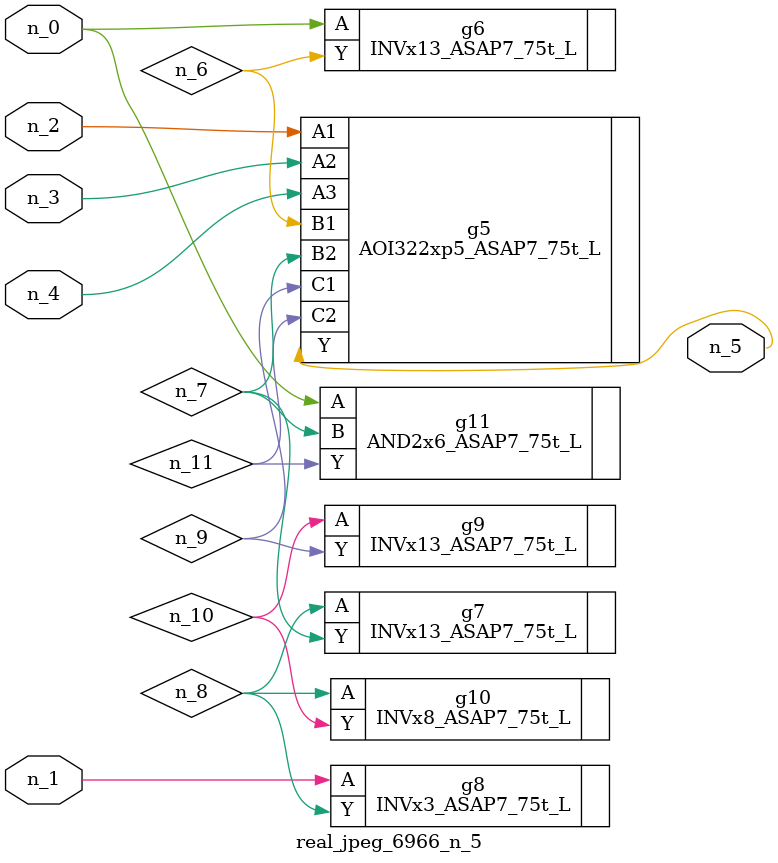
<source format=v>
module real_jpeg_6966_n_5 (n_4, n_0, n_1, n_2, n_3, n_5);

input n_4;
input n_0;
input n_1;
input n_2;
input n_3;

output n_5;

wire n_8;
wire n_11;
wire n_6;
wire n_7;
wire n_10;
wire n_9;

INVx13_ASAP7_75t_L g6 ( 
.A(n_0),
.Y(n_6)
);

AND2x6_ASAP7_75t_L g11 ( 
.A(n_0),
.B(n_7),
.Y(n_11)
);

INVx3_ASAP7_75t_L g8 ( 
.A(n_1),
.Y(n_8)
);

AOI322xp5_ASAP7_75t_L g5 ( 
.A1(n_2),
.A2(n_3),
.A3(n_4),
.B1(n_6),
.B2(n_7),
.C1(n_9),
.C2(n_11),
.Y(n_5)
);

INVx13_ASAP7_75t_L g7 ( 
.A(n_8),
.Y(n_7)
);

INVx8_ASAP7_75t_L g10 ( 
.A(n_8),
.Y(n_10)
);

INVx13_ASAP7_75t_L g9 ( 
.A(n_10),
.Y(n_9)
);


endmodule
</source>
